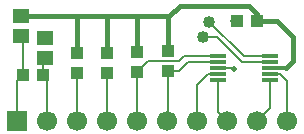
<source format=gtl>
G04 DipTrace 3.1.0.0*
G04 ADS115SBreakout.gtl*
%MOIN*%
G04 #@! TF.FileFunction,Copper,L1,Top*
G04 #@! TF.Part,Single*
G04 #@! TA.AperFunction,Conductor*
%ADD13C,0.008*%
%ADD14C,0.016*%
%ADD15C,0.011811*%
%ADD18R,0.057087X0.011811*%
%ADD19R,0.043307X0.03937*%
G04 #@! TA.AperFunction,ComponentPad*
%ADD20R,0.066929X0.066929*%
%ADD21C,0.066929*%
%ADD22R,0.057087X0.047244*%
%ADD23R,0.03937X0.043307*%
G04 #@! TA.AperFunction,ViaPad*
%ADD24C,0.04*%
%ADD26C,0.02*%
%FSLAX26Y26*%
G04*
G70*
G90*
G75*
G01*
G04 Top*
%LPD*%
X895248Y607071D2*
D13*
Y444000D1*
X1165248Y659003D2*
X1050251D1*
X1035248Y644000D1*
X932177D1*
X895248Y607071D1*
X1165248Y599948D2*
X1131196D1*
X1095248Y564000D1*
Y444000D1*
X1165248Y580262D2*
Y474000D1*
X1195248Y444000D1*
X1338476Y580262D2*
Y487228D1*
X1295248Y444000D1*
X1338476Y599948D2*
X1371765D1*
X1395248Y576465D1*
Y444000D1*
X998713Y610535D2*
Y447465D1*
X995248Y444000D1*
X1165248Y639318D2*
Y640261D1*
X1062673D1*
X1032948Y610535D1*
X998713D1*
X587623Y719692D2*
Y715269D1*
X1227018Y777776D2*
X1225190D1*
X1165248Y619633D2*
X1214566D1*
X1218940Y615259D1*
X495248Y444000D2*
Y576501D1*
X515248Y596501D1*
Y718887D1*
X506365Y727770D1*
X595248Y444000D2*
Y583430D1*
X582177Y596501D1*
Y647316D1*
X587623Y652762D1*
X695248Y604000D2*
Y444000D1*
X1338476Y659003D2*
X1250203D1*
X1135206Y774000D1*
X695248Y604000D2*
D3*
X795248D2*
Y444000D1*
X1338476Y639318D2*
X1244886D1*
X1160203Y724000D1*
X1115248D1*
X795248Y604000D2*
D3*
X506365Y794699D2*
D14*
Y791731D1*
X695248D1*
X795248D1*
X893906D1*
X1001621D1*
X1037671Y827781D1*
X1268945D1*
X1295248Y801478D1*
Y779076D1*
X1293948Y777776D1*
X795248Y670929D2*
Y791731D1*
X695248Y670929D2*
Y791731D1*
X895248Y674000D2*
Y791731D1*
X893906D1*
X998713Y677465D2*
Y791731D1*
X1001621D1*
X1338476Y619633D2*
D15*
X1392081D1*
D14*
X1415248Y642799D1*
Y724000D1*
X1361472Y777776D1*
X1293948D1*
D24*
X587623Y715269D3*
X1225190Y777776D3*
D26*
X1218940Y615259D3*
D24*
X1135206Y774000D3*
X695248Y604000D3*
X1115248Y724000D3*
X795248Y604000D3*
D18*
X1165248Y659003D3*
Y639318D3*
Y619633D3*
Y599948D3*
Y580262D3*
X1338476D3*
Y599948D3*
Y619633D3*
Y639318D3*
Y659003D3*
D19*
X515248Y596501D3*
X582177D3*
X1293948Y777776D3*
X1227018D3*
D20*
X495248Y444000D3*
D21*
X595248D3*
X695248D3*
X795248D3*
X895248D3*
X995248D3*
X1095248D3*
X1195248D3*
X1295248D3*
X1395248D3*
D22*
X506365Y727770D3*
Y794699D3*
X587623Y652762D3*
Y719692D3*
D23*
X695248Y604000D3*
Y670929D3*
X795248Y604000D3*
Y670929D3*
X895248Y674000D3*
Y607071D3*
X998713Y677465D3*
Y610535D3*
M02*

</source>
